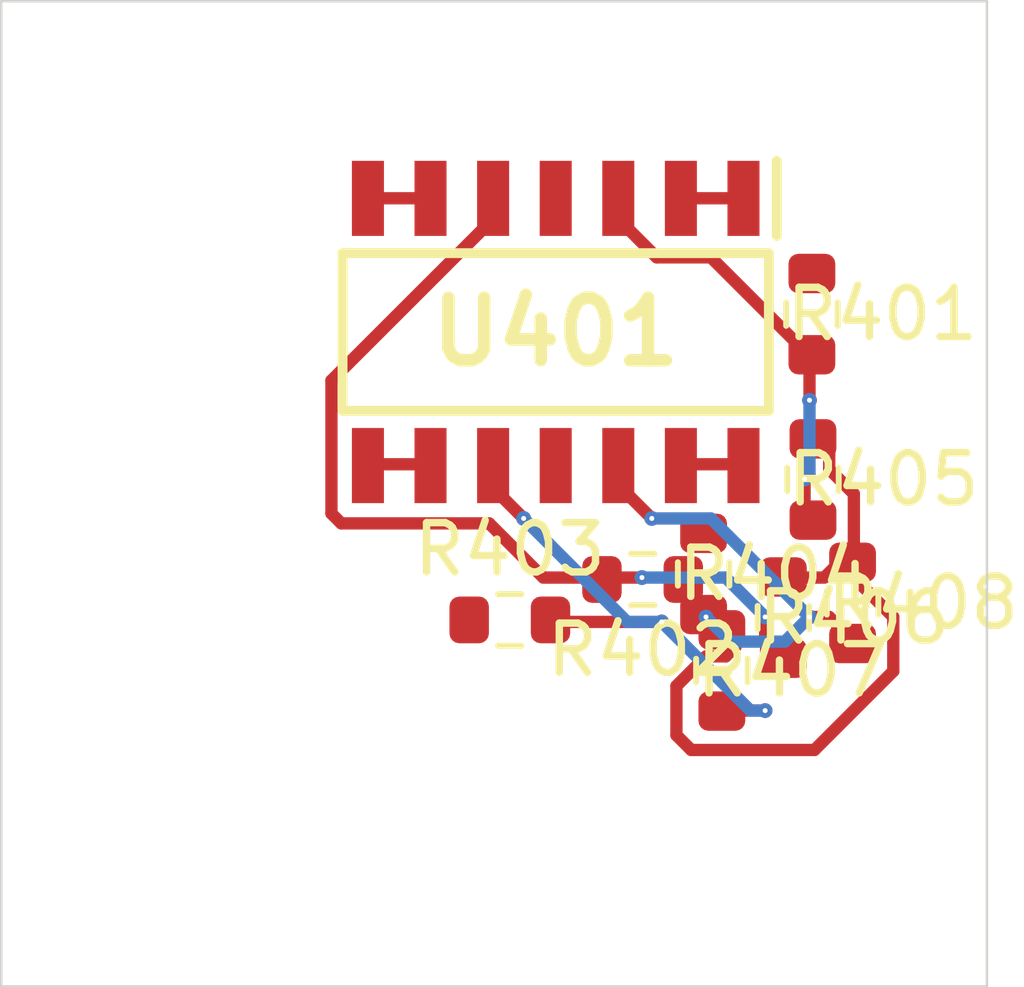
<source format=kicad_pcb>
 ( kicad_pcb  ( version 20171130 )
 ( host pcbnew 5.1.12-84ad8e8a86~92~ubuntu18.04.1 )
 ( general  ( thickness 1.6 )
 ( drawings 4 )
 ( tracks 0 )
 ( zones 0 )
 ( modules 9 )
 ( nets 14 )
)
 ( page A4 )
 ( layers  ( 0 F.Cu signal )
 ( 31 B.Cu signal )
 ( 32 B.Adhes user )
 ( 33 F.Adhes user )
 ( 34 B.Paste user )
 ( 35 F.Paste user )
 ( 36 B.SilkS user )
 ( 37 F.SilkS user )
 ( 38 B.Mask user )
 ( 39 F.Mask user )
 ( 40 Dwgs.User user )
 ( 41 Cmts.User user )
 ( 42 Eco1.User user )
 ( 43 Eco2.User user )
 ( 44 Edge.Cuts user )
 ( 45 Margin user )
 ( 46 B.CrtYd user )
 ( 47 F.CrtYd user )
 ( 48 B.Fab user )
 ( 49 F.Fab user )
)
 ( setup  ( last_trace_width 0.25 )
 ( trace_clearance 0.2 )
 ( zone_clearance 0.508 )
 ( zone_45_only no )
 ( trace_min 0.2 )
 ( via_size 0.8 )
 ( via_drill 0.4 )
 ( via_min_size 0.4 )
 ( via_min_drill 0.3 )
 ( uvia_size 0.3 )
 ( uvia_drill 0.1 )
 ( uvias_allowed no )
 ( uvia_min_size 0.2 )
 ( uvia_min_drill 0.1 )
 ( edge_width 0.05 )
 ( segment_width 0.2 )
 ( pcb_text_width 0.3 )
 ( pcb_text_size 1.5 1.5 )
 ( mod_edge_width 0.12 )
 ( mod_text_size 1 1 )
 ( mod_text_width 0.15 )
 ( pad_size 1.524 1.524 )
 ( pad_drill 0.762 )
 ( pad_to_mask_clearance 0 )
 ( aux_axis_origin 0 0 )
 ( visible_elements FFFFFF7F )
 ( pcbplotparams  ( layerselection 0x010fc_ffffffff )
 ( usegerberextensions false )
 ( usegerberattributes true )
 ( usegerberadvancedattributes true )
 ( creategerberjobfile true )
 ( excludeedgelayer true )
 ( linewidth 0.100000 )
 ( plotframeref false )
 ( viasonmask false )
 ( mode 1 )
 ( useauxorigin false )
 ( hpglpennumber 1 )
 ( hpglpenspeed 20 )
 ( hpglpendiameter 15.000000 )
 ( psnegative false )
 ( psa4output false )
 ( plotreference true )
 ( plotvalue true )
 ( plotinvisibletext false )
 ( padsonsilk false )
 ( subtractmaskfromsilk false )
 ( outputformat 1 )
 ( mirror false )
 ( drillshape 1 )
 ( scaleselection 1 )
 ( outputdirectory "" )
)
)
 ( net 0 "" )
 ( net 1 /Sheet6235D886/vp )
 ( net 2 /Sheet6248AD22/chn0 )
 ( net 3 /Sheet6248AD22/chn1 )
 ( net 4 /Sheet6248AD22/chn2 )
 ( net 5 /Sheet6248AD22/chn3 )
 ( net 6 "Net-(R401-Pad2)" )
 ( net 7 "Net-(R402-Pad2)" )
 ( net 8 "Net-(R403-Pad2)" )
 ( net 9 "Net-(R404-Pad2)" )
 ( net 10 /Sheet6248AD22/chn0_n )
 ( net 11 /Sheet6248AD22/chn1_n )
 ( net 12 /Sheet6248AD22/chn2_n )
 ( net 13 /Sheet6248AD22/chn3_n )
 ( net_class Default "This is the default net class."  ( clearance 0.2 )
 ( trace_width 0.25 )
 ( via_dia 0.8 )
 ( via_drill 0.4 )
 ( uvia_dia 0.3 )
 ( uvia_drill 0.1 )
 ( add_net /Sheet6235D886/vp )
 ( add_net /Sheet6248AD22/chn0 )
 ( add_net /Sheet6248AD22/chn0_n )
 ( add_net /Sheet6248AD22/chn1 )
 ( add_net /Sheet6248AD22/chn1_n )
 ( add_net /Sheet6248AD22/chn2 )
 ( add_net /Sheet6248AD22/chn2_n )
 ( add_net /Sheet6248AD22/chn3 )
 ( add_net /Sheet6248AD22/chn3_n )
 ( add_net "Net-(R401-Pad2)" )
 ( add_net "Net-(R402-Pad2)" )
 ( add_net "Net-(R403-Pad2)" )
 ( add_net "Net-(R404-Pad2)" )
)
 ( module Resistor_SMD:R_0603_1608Metric  ( layer F.Cu )
 ( tedit 5F68FEEE )
 ( tstamp 623425C8 )
 ( at 96.448600 106.352000 270.000000 )
 ( descr "Resistor SMD 0603 (1608 Metric), square (rectangular) end terminal, IPC_7351 nominal, (Body size source: IPC-SM-782 page 72, https://www.pcb-3d.com/wordpress/wp-content/uploads/ipc-sm-782a_amendment_1_and_2.pdf), generated with kicad-footprint-generator" )
 ( tags resistor )
 ( path /6248AD23/6249ADFD )
 ( attr smd )
 ( fp_text reference R401  ( at 0 -1.43 )
 ( layer F.SilkS )
 ( effects  ( font  ( size 1 1 )
 ( thickness 0.15 )
)
)
)
 ( fp_text value 10M  ( at 0 1.43 )
 ( layer F.Fab )
 ( effects  ( font  ( size 1 1 )
 ( thickness 0.15 )
)
)
)
 ( fp_line  ( start -0.8 0.4125 )
 ( end -0.8 -0.4125 )
 ( layer F.Fab )
 ( width 0.1 )
)
 ( fp_line  ( start -0.8 -0.4125 )
 ( end 0.8 -0.4125 )
 ( layer F.Fab )
 ( width 0.1 )
)
 ( fp_line  ( start 0.8 -0.4125 )
 ( end 0.8 0.4125 )
 ( layer F.Fab )
 ( width 0.1 )
)
 ( fp_line  ( start 0.8 0.4125 )
 ( end -0.8 0.4125 )
 ( layer F.Fab )
 ( width 0.1 )
)
 ( fp_line  ( start -0.237258 -0.5225 )
 ( end 0.237258 -0.5225 )
 ( layer F.SilkS )
 ( width 0.12 )
)
 ( fp_line  ( start -0.237258 0.5225 )
 ( end 0.237258 0.5225 )
 ( layer F.SilkS )
 ( width 0.12 )
)
 ( fp_line  ( start -1.48 0.73 )
 ( end -1.48 -0.73 )
 ( layer F.CrtYd )
 ( width 0.05 )
)
 ( fp_line  ( start -1.48 -0.73 )
 ( end 1.48 -0.73 )
 ( layer F.CrtYd )
 ( width 0.05 )
)
 ( fp_line  ( start 1.48 -0.73 )
 ( end 1.48 0.73 )
 ( layer F.CrtYd )
 ( width 0.05 )
)
 ( fp_line  ( start 1.48 0.73 )
 ( end -1.48 0.73 )
 ( layer F.CrtYd )
 ( width 0.05 )
)
 ( fp_text user %R  ( at 0 0 )
 ( layer F.Fab )
 ( effects  ( font  ( size 0.4 0.4 )
 ( thickness 0.06 )
)
)
)
 ( pad 2 smd roundrect  ( at 0.825 0 270.000000 )
 ( size 0.8 0.95 )
 ( layers F.Cu F.Mask F.Paste )
 ( roundrect_rratio 0.25 )
 ( net 6 "Net-(R401-Pad2)" )
)
 ( pad 1 smd roundrect  ( at -0.825 0 270.000000 )
 ( size 0.8 0.95 )
 ( layers F.Cu F.Mask F.Paste )
 ( roundrect_rratio 0.25 )
 ( net 10 /Sheet6248AD22/chn0_n )
)
 ( model ${KISYS3DMOD}/Resistor_SMD.3dshapes/R_0603_1608Metric.wrl  ( at  ( xyz 0 0 0 )
)
 ( scale  ( xyz 1 1 1 )
)
 ( rotate  ( xyz 0 0 0 )
)
)
)
 ( module Resistor_SMD:R_0603_1608Metric  ( layer F.Cu )
 ( tedit 5F68FEEE )
 ( tstamp 623425D9 )
 ( at 93.014000 111.739000 180.000000 )
 ( descr "Resistor SMD 0603 (1608 Metric), square (rectangular) end terminal, IPC_7351 nominal, (Body size source: IPC-SM-782 page 72, https://www.pcb-3d.com/wordpress/wp-content/uploads/ipc-sm-782a_amendment_1_and_2.pdf), generated with kicad-footprint-generator" )
 ( tags resistor )
 ( path /6248AD23/6249B75E )
 ( attr smd )
 ( fp_text reference R402  ( at 0 -1.43 )
 ( layer F.SilkS )
 ( effects  ( font  ( size 1 1 )
 ( thickness 0.15 )
)
)
)
 ( fp_text value 10M  ( at 0 1.43 )
 ( layer F.Fab )
 ( effects  ( font  ( size 1 1 )
 ( thickness 0.15 )
)
)
)
 ( fp_line  ( start 1.48 0.73 )
 ( end -1.48 0.73 )
 ( layer F.CrtYd )
 ( width 0.05 )
)
 ( fp_line  ( start 1.48 -0.73 )
 ( end 1.48 0.73 )
 ( layer F.CrtYd )
 ( width 0.05 )
)
 ( fp_line  ( start -1.48 -0.73 )
 ( end 1.48 -0.73 )
 ( layer F.CrtYd )
 ( width 0.05 )
)
 ( fp_line  ( start -1.48 0.73 )
 ( end -1.48 -0.73 )
 ( layer F.CrtYd )
 ( width 0.05 )
)
 ( fp_line  ( start -0.237258 0.5225 )
 ( end 0.237258 0.5225 )
 ( layer F.SilkS )
 ( width 0.12 )
)
 ( fp_line  ( start -0.237258 -0.5225 )
 ( end 0.237258 -0.5225 )
 ( layer F.SilkS )
 ( width 0.12 )
)
 ( fp_line  ( start 0.8 0.4125 )
 ( end -0.8 0.4125 )
 ( layer F.Fab )
 ( width 0.1 )
)
 ( fp_line  ( start 0.8 -0.4125 )
 ( end 0.8 0.4125 )
 ( layer F.Fab )
 ( width 0.1 )
)
 ( fp_line  ( start -0.8 -0.4125 )
 ( end 0.8 -0.4125 )
 ( layer F.Fab )
 ( width 0.1 )
)
 ( fp_line  ( start -0.8 0.4125 )
 ( end -0.8 -0.4125 )
 ( layer F.Fab )
 ( width 0.1 )
)
 ( fp_text user %R  ( at 0 0 )
 ( layer F.Fab )
 ( effects  ( font  ( size 0.4 0.4 )
 ( thickness 0.06 )
)
)
)
 ( pad 1 smd roundrect  ( at -0.825 0 180.000000 )
 ( size 0.8 0.95 )
 ( layers F.Cu F.Mask F.Paste )
 ( roundrect_rratio 0.25 )
 ( net 11 /Sheet6248AD22/chn1_n )
)
 ( pad 2 smd roundrect  ( at 0.825 0 180.000000 )
 ( size 0.8 0.95 )
 ( layers F.Cu F.Mask F.Paste )
 ( roundrect_rratio 0.25 )
 ( net 7 "Net-(R402-Pad2)" )
)
 ( model ${KISYS3DMOD}/Resistor_SMD.3dshapes/R_0603_1608Metric.wrl  ( at  ( xyz 0 0 0 )
)
 ( scale  ( xyz 1 1 1 )
)
 ( rotate  ( xyz 0 0 0 )
)
)
)
 ( module Resistor_SMD:R_0603_1608Metric  ( layer F.Cu )
 ( tedit 5F68FEEE )
 ( tstamp 623425EA )
 ( at 90.319900 112.560000 )
 ( descr "Resistor SMD 0603 (1608 Metric), square (rectangular) end terminal, IPC_7351 nominal, (Body size source: IPC-SM-782 page 72, https://www.pcb-3d.com/wordpress/wp-content/uploads/ipc-sm-782a_amendment_1_and_2.pdf), generated with kicad-footprint-generator" )
 ( tags resistor )
 ( path /6248AD23/6249FB7A )
 ( attr smd )
 ( fp_text reference R403  ( at 0 -1.43 )
 ( layer F.SilkS )
 ( effects  ( font  ( size 1 1 )
 ( thickness 0.15 )
)
)
)
 ( fp_text value 10M  ( at 0 1.43 )
 ( layer F.Fab )
 ( effects  ( font  ( size 1 1 )
 ( thickness 0.15 )
)
)
)
 ( fp_line  ( start 1.48 0.73 )
 ( end -1.48 0.73 )
 ( layer F.CrtYd )
 ( width 0.05 )
)
 ( fp_line  ( start 1.48 -0.73 )
 ( end 1.48 0.73 )
 ( layer F.CrtYd )
 ( width 0.05 )
)
 ( fp_line  ( start -1.48 -0.73 )
 ( end 1.48 -0.73 )
 ( layer F.CrtYd )
 ( width 0.05 )
)
 ( fp_line  ( start -1.48 0.73 )
 ( end -1.48 -0.73 )
 ( layer F.CrtYd )
 ( width 0.05 )
)
 ( fp_line  ( start -0.237258 0.5225 )
 ( end 0.237258 0.5225 )
 ( layer F.SilkS )
 ( width 0.12 )
)
 ( fp_line  ( start -0.237258 -0.5225 )
 ( end 0.237258 -0.5225 )
 ( layer F.SilkS )
 ( width 0.12 )
)
 ( fp_line  ( start 0.8 0.4125 )
 ( end -0.8 0.4125 )
 ( layer F.Fab )
 ( width 0.1 )
)
 ( fp_line  ( start 0.8 -0.4125 )
 ( end 0.8 0.4125 )
 ( layer F.Fab )
 ( width 0.1 )
)
 ( fp_line  ( start -0.8 -0.4125 )
 ( end 0.8 -0.4125 )
 ( layer F.Fab )
 ( width 0.1 )
)
 ( fp_line  ( start -0.8 0.4125 )
 ( end -0.8 -0.4125 )
 ( layer F.Fab )
 ( width 0.1 )
)
 ( fp_text user %R  ( at 0 0 )
 ( layer F.Fab )
 ( effects  ( font  ( size 0.4 0.4 )
 ( thickness 0.06 )
)
)
)
 ( pad 1 smd roundrect  ( at -0.825 0 )
 ( size 0.8 0.95 )
 ( layers F.Cu F.Mask F.Paste )
 ( roundrect_rratio 0.25 )
 ( net 12 /Sheet6248AD22/chn2_n )
)
 ( pad 2 smd roundrect  ( at 0.825 0 )
 ( size 0.8 0.95 )
 ( layers F.Cu F.Mask F.Paste )
 ( roundrect_rratio 0.25 )
 ( net 8 "Net-(R403-Pad2)" )
)
 ( model ${KISYS3DMOD}/Resistor_SMD.3dshapes/R_0603_1608Metric.wrl  ( at  ( xyz 0 0 0 )
)
 ( scale  ( xyz 1 1 1 )
)
 ( rotate  ( xyz 0 0 0 )
)
)
)
 ( module Resistor_SMD:R_0603_1608Metric  ( layer F.Cu )
 ( tedit 5F68FEEE )
 ( tstamp 623425FB )
 ( at 94.251500 111.627000 270.000000 )
 ( descr "Resistor SMD 0603 (1608 Metric), square (rectangular) end terminal, IPC_7351 nominal, (Body size source: IPC-SM-782 page 72, https://www.pcb-3d.com/wordpress/wp-content/uploads/ipc-sm-782a_amendment_1_and_2.pdf), generated with kicad-footprint-generator" )
 ( tags resistor )
 ( path /6248AD23/6249FB74 )
 ( attr smd )
 ( fp_text reference R404  ( at 0 -1.43 )
 ( layer F.SilkS )
 ( effects  ( font  ( size 1 1 )
 ( thickness 0.15 )
)
)
)
 ( fp_text value 10M  ( at 0 1.43 )
 ( layer F.Fab )
 ( effects  ( font  ( size 1 1 )
 ( thickness 0.15 )
)
)
)
 ( fp_line  ( start -0.8 0.4125 )
 ( end -0.8 -0.4125 )
 ( layer F.Fab )
 ( width 0.1 )
)
 ( fp_line  ( start -0.8 -0.4125 )
 ( end 0.8 -0.4125 )
 ( layer F.Fab )
 ( width 0.1 )
)
 ( fp_line  ( start 0.8 -0.4125 )
 ( end 0.8 0.4125 )
 ( layer F.Fab )
 ( width 0.1 )
)
 ( fp_line  ( start 0.8 0.4125 )
 ( end -0.8 0.4125 )
 ( layer F.Fab )
 ( width 0.1 )
)
 ( fp_line  ( start -0.237258 -0.5225 )
 ( end 0.237258 -0.5225 )
 ( layer F.SilkS )
 ( width 0.12 )
)
 ( fp_line  ( start -0.237258 0.5225 )
 ( end 0.237258 0.5225 )
 ( layer F.SilkS )
 ( width 0.12 )
)
 ( fp_line  ( start -1.48 0.73 )
 ( end -1.48 -0.73 )
 ( layer F.CrtYd )
 ( width 0.05 )
)
 ( fp_line  ( start -1.48 -0.73 )
 ( end 1.48 -0.73 )
 ( layer F.CrtYd )
 ( width 0.05 )
)
 ( fp_line  ( start 1.48 -0.73 )
 ( end 1.48 0.73 )
 ( layer F.CrtYd )
 ( width 0.05 )
)
 ( fp_line  ( start 1.48 0.73 )
 ( end -1.48 0.73 )
 ( layer F.CrtYd )
 ( width 0.05 )
)
 ( fp_text user %R  ( at 0 0 )
 ( layer F.Fab )
 ( effects  ( font  ( size 0.4 0.4 )
 ( thickness 0.06 )
)
)
)
 ( pad 2 smd roundrect  ( at 0.825 0 270.000000 )
 ( size 0.8 0.95 )
 ( layers F.Cu F.Mask F.Paste )
 ( roundrect_rratio 0.25 )
 ( net 9 "Net-(R404-Pad2)" )
)
 ( pad 1 smd roundrect  ( at -0.825 0 270.000000 )
 ( size 0.8 0.95 )
 ( layers F.Cu F.Mask F.Paste )
 ( roundrect_rratio 0.25 )
 ( net 13 /Sheet6248AD22/chn3_n )
)
 ( model ${KISYS3DMOD}/Resistor_SMD.3dshapes/R_0603_1608Metric.wrl  ( at  ( xyz 0 0 0 )
)
 ( scale  ( xyz 1 1 1 )
)
 ( rotate  ( xyz 0 0 0 )
)
)
)
 ( module Resistor_SMD:R_0603_1608Metric  ( layer F.Cu )
 ( tedit 5F68FEEE )
 ( tstamp 6234260C )
 ( at 96.470500 109.709000 270.000000 )
 ( descr "Resistor SMD 0603 (1608 Metric), square (rectangular) end terminal, IPC_7351 nominal, (Body size source: IPC-SM-782 page 72, https://www.pcb-3d.com/wordpress/wp-content/uploads/ipc-sm-782a_amendment_1_and_2.pdf), generated with kicad-footprint-generator" )
 ( tags resistor )
 ( path /6248AD23/62497F62 )
 ( attr smd )
 ( fp_text reference R405  ( at 0 -1.43 )
 ( layer F.SilkS )
 ( effects  ( font  ( size 1 1 )
 ( thickness 0.15 )
)
)
)
 ( fp_text value 750k  ( at 0 1.43 )
 ( layer F.Fab )
 ( effects  ( font  ( size 1 1 )
 ( thickness 0.15 )
)
)
)
 ( fp_line  ( start -0.8 0.4125 )
 ( end -0.8 -0.4125 )
 ( layer F.Fab )
 ( width 0.1 )
)
 ( fp_line  ( start -0.8 -0.4125 )
 ( end 0.8 -0.4125 )
 ( layer F.Fab )
 ( width 0.1 )
)
 ( fp_line  ( start 0.8 -0.4125 )
 ( end 0.8 0.4125 )
 ( layer F.Fab )
 ( width 0.1 )
)
 ( fp_line  ( start 0.8 0.4125 )
 ( end -0.8 0.4125 )
 ( layer F.Fab )
 ( width 0.1 )
)
 ( fp_line  ( start -0.237258 -0.5225 )
 ( end 0.237258 -0.5225 )
 ( layer F.SilkS )
 ( width 0.12 )
)
 ( fp_line  ( start -0.237258 0.5225 )
 ( end 0.237258 0.5225 )
 ( layer F.SilkS )
 ( width 0.12 )
)
 ( fp_line  ( start -1.48 0.73 )
 ( end -1.48 -0.73 )
 ( layer F.CrtYd )
 ( width 0.05 )
)
 ( fp_line  ( start -1.48 -0.73 )
 ( end 1.48 -0.73 )
 ( layer F.CrtYd )
 ( width 0.05 )
)
 ( fp_line  ( start 1.48 -0.73 )
 ( end 1.48 0.73 )
 ( layer F.CrtYd )
 ( width 0.05 )
)
 ( fp_line  ( start 1.48 0.73 )
 ( end -1.48 0.73 )
 ( layer F.CrtYd )
 ( width 0.05 )
)
 ( fp_text user %R  ( at 0 0 )
 ( layer F.Fab )
 ( effects  ( font  ( size 0.4 0.4 )
 ( thickness 0.06 )
)
)
)
 ( pad 2 smd roundrect  ( at 0.825 0 270.000000 )
 ( size 0.8 0.95 )
 ( layers F.Cu F.Mask F.Paste )
 ( roundrect_rratio 0.25 )
 ( net 6 "Net-(R401-Pad2)" )
)
 ( pad 1 smd roundrect  ( at -0.825 0 270.000000 )
 ( size 0.8 0.95 )
 ( layers F.Cu F.Mask F.Paste )
 ( roundrect_rratio 0.25 )
 ( net 1 /Sheet6235D886/vp )
)
 ( model ${KISYS3DMOD}/Resistor_SMD.3dshapes/R_0603_1608Metric.wrl  ( at  ( xyz 0 0 0 )
)
 ( scale  ( xyz 1 1 1 )
)
 ( rotate  ( xyz 0 0 0 )
)
)
)
 ( module Resistor_SMD:R_0603_1608Metric  ( layer F.Cu )
 ( tedit 5F68FEEE )
 ( tstamp 6234261D )
 ( at 95.869600 112.513000 270.000000 )
 ( descr "Resistor SMD 0603 (1608 Metric), square (rectangular) end terminal, IPC_7351 nominal, (Body size source: IPC-SM-782 page 72, https://www.pcb-3d.com/wordpress/wp-content/uploads/ipc-sm-782a_amendment_1_and_2.pdf), generated with kicad-footprint-generator" )
 ( tags resistor )
 ( path /6248AD23/62499098 )
 ( attr smd )
 ( fp_text reference R406  ( at 0 -1.43 )
 ( layer F.SilkS )
 ( effects  ( font  ( size 1 1 )
 ( thickness 0.15 )
)
)
)
 ( fp_text value 750k  ( at 0 1.43 )
 ( layer F.Fab )
 ( effects  ( font  ( size 1 1 )
 ( thickness 0.15 )
)
)
)
 ( fp_line  ( start 1.48 0.73 )
 ( end -1.48 0.73 )
 ( layer F.CrtYd )
 ( width 0.05 )
)
 ( fp_line  ( start 1.48 -0.73 )
 ( end 1.48 0.73 )
 ( layer F.CrtYd )
 ( width 0.05 )
)
 ( fp_line  ( start -1.48 -0.73 )
 ( end 1.48 -0.73 )
 ( layer F.CrtYd )
 ( width 0.05 )
)
 ( fp_line  ( start -1.48 0.73 )
 ( end -1.48 -0.73 )
 ( layer F.CrtYd )
 ( width 0.05 )
)
 ( fp_line  ( start -0.237258 0.5225 )
 ( end 0.237258 0.5225 )
 ( layer F.SilkS )
 ( width 0.12 )
)
 ( fp_line  ( start -0.237258 -0.5225 )
 ( end 0.237258 -0.5225 )
 ( layer F.SilkS )
 ( width 0.12 )
)
 ( fp_line  ( start 0.8 0.4125 )
 ( end -0.8 0.4125 )
 ( layer F.Fab )
 ( width 0.1 )
)
 ( fp_line  ( start 0.8 -0.4125 )
 ( end 0.8 0.4125 )
 ( layer F.Fab )
 ( width 0.1 )
)
 ( fp_line  ( start -0.8 -0.4125 )
 ( end 0.8 -0.4125 )
 ( layer F.Fab )
 ( width 0.1 )
)
 ( fp_line  ( start -0.8 0.4125 )
 ( end -0.8 -0.4125 )
 ( layer F.Fab )
 ( width 0.1 )
)
 ( fp_text user %R  ( at 0 0 )
 ( layer F.Fab )
 ( effects  ( font  ( size 0.4 0.4 )
 ( thickness 0.06 )
)
)
)
 ( pad 1 smd roundrect  ( at -0.825 0 270.000000 )
 ( size 0.8 0.95 )
 ( layers F.Cu F.Mask F.Paste )
 ( roundrect_rratio 0.25 )
 ( net 1 /Sheet6235D886/vp )
)
 ( pad 2 smd roundrect  ( at 0.825 0 270.000000 )
 ( size 0.8 0.95 )
 ( layers F.Cu F.Mask F.Paste )
 ( roundrect_rratio 0.25 )
 ( net 7 "Net-(R402-Pad2)" )
)
 ( model ${KISYS3DMOD}/Resistor_SMD.3dshapes/R_0603_1608Metric.wrl  ( at  ( xyz 0 0 0 )
)
 ( scale  ( xyz 1 1 1 )
)
 ( rotate  ( xyz 0 0 0 )
)
)
)
 ( module Resistor_SMD:R_0603_1608Metric  ( layer F.Cu )
 ( tedit 5F68FEEE )
 ( tstamp 6234262E )
 ( at 94.621800 113.586000 270.000000 )
 ( descr "Resistor SMD 0603 (1608 Metric), square (rectangular) end terminal, IPC_7351 nominal, (Body size source: IPC-SM-782 page 72, https://www.pcb-3d.com/wordpress/wp-content/uploads/ipc-sm-782a_amendment_1_and_2.pdf), generated with kicad-footprint-generator" )
 ( tags resistor )
 ( path /6248AD23/624A0FFB )
 ( attr smd )
 ( fp_text reference R407  ( at 0 -1.43 )
 ( layer F.SilkS )
 ( effects  ( font  ( size 1 1 )
 ( thickness 0.15 )
)
)
)
 ( fp_text value 1.5M  ( at 0 1.43 )
 ( layer F.Fab )
 ( effects  ( font  ( size 1 1 )
 ( thickness 0.15 )
)
)
)
 ( fp_line  ( start 1.48 0.73 )
 ( end -1.48 0.73 )
 ( layer F.CrtYd )
 ( width 0.05 )
)
 ( fp_line  ( start 1.48 -0.73 )
 ( end 1.48 0.73 )
 ( layer F.CrtYd )
 ( width 0.05 )
)
 ( fp_line  ( start -1.48 -0.73 )
 ( end 1.48 -0.73 )
 ( layer F.CrtYd )
 ( width 0.05 )
)
 ( fp_line  ( start -1.48 0.73 )
 ( end -1.48 -0.73 )
 ( layer F.CrtYd )
 ( width 0.05 )
)
 ( fp_line  ( start -0.237258 0.5225 )
 ( end 0.237258 0.5225 )
 ( layer F.SilkS )
 ( width 0.12 )
)
 ( fp_line  ( start -0.237258 -0.5225 )
 ( end 0.237258 -0.5225 )
 ( layer F.SilkS )
 ( width 0.12 )
)
 ( fp_line  ( start 0.8 0.4125 )
 ( end -0.8 0.4125 )
 ( layer F.Fab )
 ( width 0.1 )
)
 ( fp_line  ( start 0.8 -0.4125 )
 ( end 0.8 0.4125 )
 ( layer F.Fab )
 ( width 0.1 )
)
 ( fp_line  ( start -0.8 -0.4125 )
 ( end 0.8 -0.4125 )
 ( layer F.Fab )
 ( width 0.1 )
)
 ( fp_line  ( start -0.8 0.4125 )
 ( end -0.8 -0.4125 )
 ( layer F.Fab )
 ( width 0.1 )
)
 ( fp_text user %R  ( at 0 0 )
 ( layer F.Fab )
 ( effects  ( font  ( size 0.4 0.4 )
 ( thickness 0.06 )
)
)
)
 ( pad 1 smd roundrect  ( at -0.825 0 270.000000 )
 ( size 0.8 0.95 )
 ( layers F.Cu F.Mask F.Paste )
 ( roundrect_rratio 0.25 )
 ( net 1 /Sheet6235D886/vp )
)
 ( pad 2 smd roundrect  ( at 0.825 0 270.000000 )
 ( size 0.8 0.95 )
 ( layers F.Cu F.Mask F.Paste )
 ( roundrect_rratio 0.25 )
 ( net 8 "Net-(R403-Pad2)" )
)
 ( model ${KISYS3DMOD}/Resistor_SMD.3dshapes/R_0603_1608Metric.wrl  ( at  ( xyz 0 0 0 )
)
 ( scale  ( xyz 1 1 1 )
)
 ( rotate  ( xyz 0 0 0 )
)
)
)
 ( module Resistor_SMD:R_0603_1608Metric  ( layer F.Cu )
 ( tedit 5F68FEEE )
 ( tstamp 6234263F )
 ( at 97.273900 112.214000 270.000000 )
 ( descr "Resistor SMD 0603 (1608 Metric), square (rectangular) end terminal, IPC_7351 nominal, (Body size source: IPC-SM-782 page 72, https://www.pcb-3d.com/wordpress/wp-content/uploads/ipc-sm-782a_amendment_1_and_2.pdf), generated with kicad-footprint-generator" )
 ( tags resistor )
 ( path /6248AD23/624A093C )
 ( attr smd )
 ( fp_text reference R408  ( at 0 -1.43 )
 ( layer F.SilkS )
 ( effects  ( font  ( size 1 1 )
 ( thickness 0.15 )
)
)
)
 ( fp_text value 1.5M  ( at 0 1.43 )
 ( layer F.Fab )
 ( effects  ( font  ( size 1 1 )
 ( thickness 0.15 )
)
)
)
 ( fp_line  ( start -0.8 0.4125 )
 ( end -0.8 -0.4125 )
 ( layer F.Fab )
 ( width 0.1 )
)
 ( fp_line  ( start -0.8 -0.4125 )
 ( end 0.8 -0.4125 )
 ( layer F.Fab )
 ( width 0.1 )
)
 ( fp_line  ( start 0.8 -0.4125 )
 ( end 0.8 0.4125 )
 ( layer F.Fab )
 ( width 0.1 )
)
 ( fp_line  ( start 0.8 0.4125 )
 ( end -0.8 0.4125 )
 ( layer F.Fab )
 ( width 0.1 )
)
 ( fp_line  ( start -0.237258 -0.5225 )
 ( end 0.237258 -0.5225 )
 ( layer F.SilkS )
 ( width 0.12 )
)
 ( fp_line  ( start -0.237258 0.5225 )
 ( end 0.237258 0.5225 )
 ( layer F.SilkS )
 ( width 0.12 )
)
 ( fp_line  ( start -1.48 0.73 )
 ( end -1.48 -0.73 )
 ( layer F.CrtYd )
 ( width 0.05 )
)
 ( fp_line  ( start -1.48 -0.73 )
 ( end 1.48 -0.73 )
 ( layer F.CrtYd )
 ( width 0.05 )
)
 ( fp_line  ( start 1.48 -0.73 )
 ( end 1.48 0.73 )
 ( layer F.CrtYd )
 ( width 0.05 )
)
 ( fp_line  ( start 1.48 0.73 )
 ( end -1.48 0.73 )
 ( layer F.CrtYd )
 ( width 0.05 )
)
 ( fp_text user %R  ( at 0 0 )
 ( layer F.Fab )
 ( effects  ( font  ( size 0.4 0.4 )
 ( thickness 0.06 )
)
)
)
 ( pad 2 smd roundrect  ( at 0.825 0 270.000000 )
 ( size 0.8 0.95 )
 ( layers F.Cu F.Mask F.Paste )
 ( roundrect_rratio 0.25 )
 ( net 9 "Net-(R404-Pad2)" )
)
 ( pad 1 smd roundrect  ( at -0.825 0 270.000000 )
 ( size 0.8 0.95 )
 ( layers F.Cu F.Mask F.Paste )
 ( roundrect_rratio 0.25 )
 ( net 1 /Sheet6235D886/vp )
)
 ( model ${KISYS3DMOD}/Resistor_SMD.3dshapes/R_0603_1608Metric.wrl  ( at  ( xyz 0 0 0 )
)
 ( scale  ( xyz 1 1 1 )
)
 ( rotate  ( xyz 0 0 0 )
)
)
)
 ( module TL074HIDR:SOIC127P600X175-14N locked  ( layer F.Cu )
 ( tedit 62336F37 )
 ( tstamp 62342709 )
 ( at 91.250400 106.714000 270.000000 )
 ( descr "D (-R-PDSO-G14)" )
 ( tags "Integrated Circuit" )
 ( path /6248AD23/624976B2 )
 ( attr smd )
 ( fp_text reference U401  ( at 0 0 )
 ( layer F.SilkS )
 ( effects  ( font  ( size 1.27 1.27 )
 ( thickness 0.254 )
)
)
)
 ( fp_text value TL074  ( at 0 0 )
 ( layer F.SilkS )
hide  ( effects  ( font  ( size 1.27 1.27 )
 ( thickness 0.254 )
)
)
)
 ( fp_line  ( start -3.725 -4.625 )
 ( end 3.725 -4.625 )
 ( layer Dwgs.User )
 ( width 0.05 )
)
 ( fp_line  ( start 3.725 -4.625 )
 ( end 3.725 4.625 )
 ( layer Dwgs.User )
 ( width 0.05 )
)
 ( fp_line  ( start 3.725 4.625 )
 ( end -3.725 4.625 )
 ( layer Dwgs.User )
 ( width 0.05 )
)
 ( fp_line  ( start -3.725 4.625 )
 ( end -3.725 -4.625 )
 ( layer Dwgs.User )
 ( width 0.05 )
)
 ( fp_line  ( start -1.95 -4.325 )
 ( end 1.95 -4.325 )
 ( layer Dwgs.User )
 ( width 0.1 )
)
 ( fp_line  ( start 1.95 -4.325 )
 ( end 1.95 4.325 )
 ( layer Dwgs.User )
 ( width 0.1 )
)
 ( fp_line  ( start 1.95 4.325 )
 ( end -1.95 4.325 )
 ( layer Dwgs.User )
 ( width 0.1 )
)
 ( fp_line  ( start -1.95 4.325 )
 ( end -1.95 -4.325 )
 ( layer Dwgs.User )
 ( width 0.1 )
)
 ( fp_line  ( start -1.95 -3.055 )
 ( end -0.68 -4.325 )
 ( layer Dwgs.User )
 ( width 0.1 )
)
 ( fp_line  ( start -1.6 -4.325 )
 ( end 1.6 -4.325 )
 ( layer F.SilkS )
 ( width 0.2 )
)
 ( fp_line  ( start 1.6 -4.325 )
 ( end 1.6 4.325 )
 ( layer F.SilkS )
 ( width 0.2 )
)
 ( fp_line  ( start 1.6 4.325 )
 ( end -1.6 4.325 )
 ( layer F.SilkS )
 ( width 0.2 )
)
 ( fp_line  ( start -1.6 4.325 )
 ( end -1.6 -4.325 )
 ( layer F.SilkS )
 ( width 0.2 )
)
 ( fp_line  ( start -3.475 -4.485 )
 ( end -1.95 -4.485 )
 ( layer F.SilkS )
 ( width 0.2 )
)
 ( pad 1 smd rect  ( at -2.712 -3.81 )
 ( size 0.65 1.525 )
 ( layers F.Cu F.Mask F.Paste )
 ( net 2 /Sheet6248AD22/chn0 )
)
 ( pad 2 smd rect  ( at -2.712 -2.54 )
 ( size 0.65 1.525 )
 ( layers F.Cu F.Mask F.Paste )
 ( net 2 /Sheet6248AD22/chn0 )
)
 ( pad 3 smd rect  ( at -2.712 -1.27 )
 ( size 0.65 1.525 )
 ( layers F.Cu F.Mask F.Paste )
 ( net 6 "Net-(R401-Pad2)" )
)
 ( pad 4 smd rect  ( at -2.712 0 )
 ( size 0.65 1.525 )
 ( layers F.Cu F.Mask F.Paste )
)
 ( pad 5 smd rect  ( at -2.712 1.27 )
 ( size 0.65 1.525 )
 ( layers F.Cu F.Mask F.Paste )
 ( net 7 "Net-(R402-Pad2)" )
)
 ( pad 6 smd rect  ( at -2.712 2.54 )
 ( size 0.65 1.525 )
 ( layers F.Cu F.Mask F.Paste )
 ( net 3 /Sheet6248AD22/chn1 )
)
 ( pad 7 smd rect  ( at -2.712 3.81 )
 ( size 0.65 1.525 )
 ( layers F.Cu F.Mask F.Paste )
 ( net 3 /Sheet6248AD22/chn1 )
)
 ( pad 8 smd rect  ( at 2.712 3.81 )
 ( size 0.65 1.525 )
 ( layers F.Cu F.Mask F.Paste )
 ( net 4 /Sheet6248AD22/chn2 )
)
 ( pad 9 smd rect  ( at 2.712 2.54 )
 ( size 0.65 1.525 )
 ( layers F.Cu F.Mask F.Paste )
 ( net 4 /Sheet6248AD22/chn2 )
)
 ( pad 10 smd rect  ( at 2.712 1.27 )
 ( size 0.65 1.525 )
 ( layers F.Cu F.Mask F.Paste )
 ( net 8 "Net-(R403-Pad2)" )
)
 ( pad 11 smd rect  ( at 2.712 0 )
 ( size 0.65 1.525 )
 ( layers F.Cu F.Mask F.Paste )
)
 ( pad 12 smd rect  ( at 2.712 -1.27 )
 ( size 0.65 1.525 )
 ( layers F.Cu F.Mask F.Paste )
 ( net 9 "Net-(R404-Pad2)" )
)
 ( pad 13 smd rect  ( at 2.712 -2.54 )
 ( size 0.65 1.525 )
 ( layers F.Cu F.Mask F.Paste )
 ( net 5 /Sheet6248AD22/chn3 )
)
 ( pad 14 smd rect  ( at 2.712 -3.81 )
 ( size 0.65 1.525 )
 ( layers F.Cu F.Mask F.Paste )
 ( net 5 /Sheet6248AD22/chn3 )
)
)
 ( gr_line  ( start 100 100 )
 ( end 100 120 )
 ( layer Edge.Cuts )
 ( width 0.05 )
 ( tstamp 62E76D2A )
)
 ( gr_line  ( start 80 120 )
 ( end 100 120 )
 ( layer Edge.Cuts )
 ( width 0.05 )
 ( tstamp 62E76D27 )
)
 ( gr_line  ( start 80 100 )
 ( end 80 120 )
 ( layer Edge.Cuts )
 ( width 0.05 )
 ( tstamp 6234110C )
)
 ( gr_line  ( start 80 100 )
 ( end 100 100 )
 ( layer Edge.Cuts )
 ( width 0.05 )
)
 ( segment  ( start 95.900001 111.700002 )
 ( end 96.700001 111.700002 )
 ( width 0.250000 )
 ( layer F.Cu )
 ( net 1 )
)
 ( segment  ( start 96.700001 111.700002 )
 ( end 97.300001 111.100002 )
 ( width 0.250000 )
 ( layer F.Cu )
 ( net 1 )
)
 ( segment  ( start 97.300001 111.100002 )
 ( end 97.300001 110.000002 )
 ( width 0.250000 )
 ( layer F.Cu )
 ( net 1 )
)
 ( segment  ( start 97.300001 110.000002 )
 ( end 96.800001 109.500002 )
 ( width 0.250000 )
 ( layer F.Cu )
 ( net 1 )
)
 ( segment  ( start 96.800001 109.500002 )
 ( end 96.800001 109.200002 )
 ( width 0.250000 )
 ( layer F.Cu )
 ( net 1 )
)
 ( segment  ( start 96.800001 109.200002 )
 ( end 96.500001 108.900002 )
 ( width 0.250000 )
 ( layer F.Cu )
 ( net 1 )
)
 ( segment  ( start 94.600001 112.800002 )
 ( end 94.900001 113.100002 )
 ( width 0.250000 )
 ( layer F.Cu )
 ( net 1 )
)
 ( segment  ( start 94.900001 113.100002 )
 ( end 94.700001 113.300002 )
 ( width 0.250000 )
 ( layer F.Cu )
 ( net 1 )
)
 ( segment  ( start 94.700001 113.300002 )
 ( end 94.300001 113.300002 )
 ( width 0.250000 )
 ( layer F.Cu )
 ( net 1 )
)
 ( segment  ( start 94.300001 113.300002 )
 ( end 93.700001 113.900002 )
 ( width 0.250000 )
 ( layer F.Cu )
 ( net 1 )
)
 ( segment  ( start 93.700001 113.900002 )
 ( end 93.700001 114.900002 )
 ( width 0.250000 )
 ( layer F.Cu )
 ( net 1 )
)
 ( segment  ( start 93.700001 114.900002 )
 ( end 94.000001 115.200002 )
 ( width 0.250000 )
 ( layer F.Cu )
 ( net 1 )
)
 ( segment  ( start 94.000001 115.200002 )
 ( end 96.500001 115.200002 )
 ( width 0.250000 )
 ( layer F.Cu )
 ( net 1 )
)
 ( segment  ( start 96.500001 115.200002 )
 ( end 98.100001 113.600002 )
 ( width 0.250000 )
 ( layer F.Cu )
 ( net 1 )
)
 ( segment  ( start 98.100001 113.600002 )
 ( end 98.100001 112.500002 )
 ( width 0.250000 )
 ( layer F.Cu )
 ( net 1 )
)
 ( segment  ( start 98.100001 112.500002 )
 ( end 97.000001 111.400002 )
 ( width 0.250000 )
 ( layer F.Cu )
 ( net 1 )
)
 ( segment  ( start 97.300001 111.400002 )
 ( end 97.200001 111.300002 )
 ( width 0.250000 )
 ( layer F.Cu )
 ( net 1 )
)
 ( segment  ( start 97.200001 111.300002 )
 ( end 97.100001 111.300002 )
 ( width 0.250000 )
 ( layer F.Cu )
 ( net 1 )
)
 ( segment  ( start 93.800001 104.000002 )
 ( end 95.100001 104.000002 )
 ( width 0.250000 )
 ( layer F.Cu )
 ( net 2 )
)
 ( segment  ( start 87.400001 104.000002 )
 ( end 88.700001 104.000002 )
 ( width 0.250000 )
 ( layer F.Cu )
 ( net 3 )
)
 ( segment  ( start 88.700001 109.400002 )
 ( end 87.400001 109.400002 )
 ( width 0.250000 )
 ( layer F.Cu )
 ( net 4 )
)
 ( segment  ( start 95.100001 109.400002 )
 ( end 93.800001 109.400002 )
 ( width 0.250000 )
 ( layer F.Cu )
 ( net 5 )
)
 ( segment  ( start 96.500001 110.500002 )
 ( end 96.300001 110.300002 )
 ( width 0.250000 )
 ( layer F.Cu )
 ( net 6 )
)
 ( segment  ( start 96.300001 110.300002 )
 ( end 96.300001 109.700002 )
 ( width 0.250000 )
 ( layer F.Cu )
 ( net 6 )
)
 ( segment  ( start 96.300001 109.700002 )
 ( end 96.400001 109.600002 )
 ( width 0.250000 )
 ( layer B.Cu )
 ( net 6 )
)
 ( segment  ( start 96.400001 109.600002 )
 ( end 96.400001 108.100002 )
 ( width 0.250000 )
 ( layer B.Cu )
 ( net 6 )
)
 ( segment  ( start 96.400001 108.100002 )
 ( end 96.400001 107.200002 )
 ( width 0.250000 )
 ( layer F.Cu )
 ( net 6 )
)
 ( segment  ( start 92.500001 104.000002 )
 ( end 92.500001 104.400002 )
 ( width 0.250000 )
 ( layer F.Cu )
 ( net 6 )
)
 ( segment  ( start 92.500001 104.400002 )
 ( end 93.300001 105.200002 )
 ( width 0.250000 )
 ( layer F.Cu )
 ( net 6 )
)
 ( segment  ( start 93.300001 105.200002 )
 ( end 94.400001 105.200002 )
 ( width 0.250000 )
 ( layer F.Cu )
 ( net 6 )
)
 ( segment  ( start 94.400001 105.200002 )
 ( end 96.400001 107.200002 )
 ( width 0.250000 )
 ( layer F.Cu )
 ( net 6 )
)
 ( via micro  ( at 96.300001 109.700002 )
 ( size 0.300000 )
 ( drill 0.100000 )
 ( layers F.Cu B.Cu )
 ( net 6 )
)
 ( via micro  ( at 96.400001 108.100002 )
 ( size 0.300000 )
 ( drill 0.100000 )
 ( layers F.Cu B.Cu )
 ( net 6 )
)
 ( segment  ( start 95.900001 113.300002 )
 ( end 95.500001 112.900002 )
 ( width 0.250000 )
 ( layer F.Cu )
 ( net 7 )
)
 ( segment  ( start 95.500001 112.900002 )
 ( end 95.500001 112.500002 )
 ( width 0.250000 )
 ( layer F.Cu )
 ( net 7 )
)
 ( segment  ( start 95.500001 112.500002 )
 ( end 94.700001 111.700002 )
 ( width 0.250000 )
 ( layer B.Cu )
 ( net 7 )
)
 ( segment  ( start 94.700001 111.700002 )
 ( end 93.000001 111.700002 )
 ( width 0.250000 )
 ( layer B.Cu )
 ( net 7 )
)
 ( segment  ( start 93.000001 111.700002 )
 ( end 92.200001 111.700002 )
 ( width 0.250000 )
 ( layer F.Cu )
 ( net 7 )
)
 ( segment  ( start 90.000001 104.000002 )
 ( end 90.000001 104.400002 )
 ( width 0.250000 )
 ( layer F.Cu )
 ( net 7 )
)
 ( segment  ( start 90.000001 104.400002 )
 ( end 86.700001 107.700002 )
 ( width 0.250000 )
 ( layer F.Cu )
 ( net 7 )
)
 ( segment  ( start 86.700001 107.700002 )
 ( end 86.700001 110.400002 )
 ( width 0.250000 )
 ( layer F.Cu )
 ( net 7 )
)
 ( segment  ( start 86.700001 110.400002 )
 ( end 86.900001 110.600002 )
 ( width 0.250000 )
 ( layer F.Cu )
 ( net 7 )
)
 ( segment  ( start 86.900001 110.600002 )
 ( end 89.900001 110.600002 )
 ( width 0.250000 )
 ( layer F.Cu )
 ( net 7 )
)
 ( segment  ( start 89.900001 110.600002 )
 ( end 91.000001 111.700002 )
 ( width 0.250000 )
 ( layer F.Cu )
 ( net 7 )
)
 ( segment  ( start 91.000001 111.700002 )
 ( end 92.200001 111.700002 )
 ( width 0.250000 )
 ( layer F.Cu )
 ( net 7 )
)
 ( via micro  ( at 95.500001 112.500002 )
 ( size 0.300000 )
 ( drill 0.100000 )
 ( layers F.Cu B.Cu )
 ( net 7 )
)
 ( via micro  ( at 93.000001 111.700002 )
 ( size 0.300000 )
 ( drill 0.100000 )
 ( layers F.Cu B.Cu )
 ( net 7 )
)
 ( segment  ( start 94.600001 114.400002 )
 ( end 95.500001 114.400002 )
 ( width 0.250000 )
 ( layer F.Cu )
 ( net 8 )
)
 ( segment  ( start 95.500001 114.400002 )
 ( end 95.200001 114.400002 )
 ( width 0.250000 )
 ( layer B.Cu )
 ( net 8 )
)
 ( segment  ( start 95.200001 114.400002 )
 ( end 93.400001 112.600002 )
 ( width 0.250000 )
 ( layer B.Cu )
 ( net 8 )
)
 ( segment  ( start 93.400001 112.600002 )
 ( end 91.100001 112.600002 )
 ( width 0.250000 )
 ( layer F.Cu )
 ( net 8 )
)
 ( segment  ( start 90.000001 109.400002 )
 ( end 90.000001 109.900002 )
 ( width 0.250000 )
 ( layer F.Cu )
 ( net 8 )
)
 ( segment  ( start 90.000001 109.900002 )
 ( end 90.600001 110.500002 )
 ( width 0.250000 )
 ( layer F.Cu )
 ( net 8 )
)
 ( segment  ( start 90.600001 110.500002 )
 ( end 92.700001 112.600002 )
 ( width 0.250000 )
 ( layer B.Cu )
 ( net 8 )
)
 ( segment  ( start 92.700001 112.600002 )
 ( end 93.400001 112.600002 )
 ( width 0.250000 )
 ( layer B.Cu )
 ( net 8 )
)
 ( via micro  ( at 95.500001 114.400002 )
 ( size 0.300000 )
 ( drill 0.100000 )
 ( layers F.Cu B.Cu )
 ( net 8 )
)
 ( via micro  ( at 93.400001 112.600002 )
 ( size 0.300000 )
 ( drill 0.100000 )
 ( layers F.Cu B.Cu )
 ( net 8 )
)
 ( via micro  ( at 90.600001 110.500002 )
 ( size 0.300000 )
 ( drill 0.100000 )
 ( layers F.Cu B.Cu )
 ( net 8 )
)
 ( segment  ( start 97.300001 113.000002 )
 ( end 96.800001 112.500002 )
 ( width 0.250000 )
 ( layer F.Cu )
 ( net 9 )
)
 ( segment  ( start 96.800001 112.500002 )
 ( end 96.400001 112.500002 )
 ( width 0.250000 )
 ( layer F.Cu )
 ( net 9 )
)
 ( segment  ( start 96.400001 112.500002 )
 ( end 95.900001 113.000002 )
 ( width 0.250000 )
 ( layer B.Cu )
 ( net 9 )
)
 ( segment  ( start 95.900001 113.000002 )
 ( end 94.800001 113.000002 )
 ( width 0.250000 )
 ( layer B.Cu )
 ( net 9 )
)
 ( segment  ( start 94.800001 113.000002 )
 ( end 94.300001 112.500002 )
 ( width 0.250000 )
 ( layer B.Cu )
 ( net 9 )
)
 ( segment  ( start 92.500001 109.400002 )
 ( end 92.500001 109.800002 )
 ( width 0.250000 )
 ( layer F.Cu )
 ( net 9 )
)
 ( segment  ( start 92.500001 109.800002 )
 ( end 93.200001 110.500002 )
 ( width 0.250000 )
 ( layer F.Cu )
 ( net 9 )
)
 ( segment  ( start 93.200001 110.500002 )
 ( end 94.400001 110.500002 )
 ( width 0.250000 )
 ( layer B.Cu )
 ( net 9 )
)
 ( segment  ( start 94.400001 110.500002 )
 ( end 96.400001 112.500002 )
 ( width 0.250000 )
 ( layer B.Cu )
 ( net 9 )
)
 ( via micro  ( at 96.400001 112.500002 )
 ( size 0.300000 )
 ( drill 0.100000 )
 ( layers F.Cu B.Cu )
 ( net 9 )
)
 ( via micro  ( at 94.300001 112.500002 )
 ( size 0.300000 )
 ( drill 0.100000 )
 ( layers F.Cu B.Cu )
 ( net 9 )
)
 ( via micro  ( at 93.200001 110.500002 )
 ( size 0.300000 )
 ( drill 0.100000 )
 ( layers F.Cu B.Cu )
 ( net 9 )
)
)

</source>
